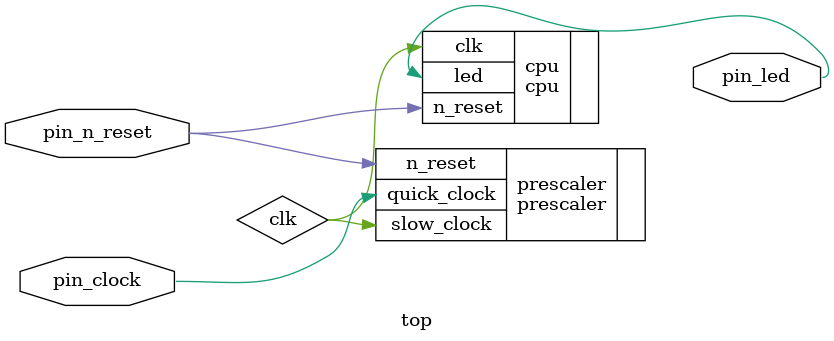
<source format=v>
module top (
    input   pin_clock,
    input   pin_n_reset,
    output  pin_led
);

    // wire
    wire    clk;

    // register
    reg     r_pin_n_reset;

    // prescaler 100MHz->1MHz
    prescaler #(.RATIO(100)) prescaler(
        .quick_clock    (pin_clock),
        .n_reset        (pin_n_reset),
        .slow_clock     (clk)
    );

    // cpu
    cpu cpu(
        .clk        (clk),
        .n_reset    (pin_n_reset),
        .led        (pin_led)
    );

endmodule //top
</source>
